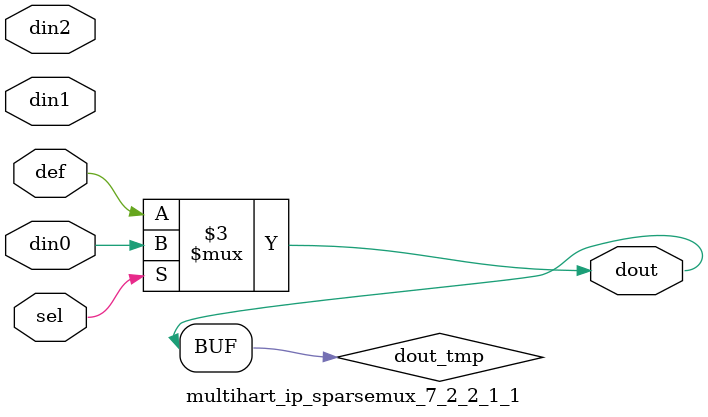
<source format=v>
`timescale 1ns / 1ps

module multihart_ip_sparsemux_7_2_2_1_1 (din0,din1,din2,def,sel,dout);

parameter din0_WIDTH = 1;

parameter din1_WIDTH = 1;

parameter din2_WIDTH = 1;

parameter def_WIDTH = 1;
parameter sel_WIDTH = 1;
parameter dout_WIDTH = 1;

parameter [sel_WIDTH-1:0] CASE0 = 1;

parameter [sel_WIDTH-1:0] CASE1 = 1;

parameter [sel_WIDTH-1:0] CASE2 = 1;

parameter ID = 1;
parameter NUM_STAGE = 1;



input [din0_WIDTH-1:0] din0;

input [din1_WIDTH-1:0] din1;

input [din2_WIDTH-1:0] din2;

input [def_WIDTH-1:0] def;
input [sel_WIDTH-1:0] sel;

output [dout_WIDTH-1:0] dout;



reg [dout_WIDTH-1:0] dout_tmp;


always @ (*) begin
(* parallel_case *) case (sel)
    
    CASE0 : dout_tmp = din0;
    
    CASE1 : dout_tmp = din1;
    
    CASE2 : dout_tmp = din2;
    
    default : dout_tmp = def;
endcase
end


assign dout = dout_tmp;



endmodule

</source>
